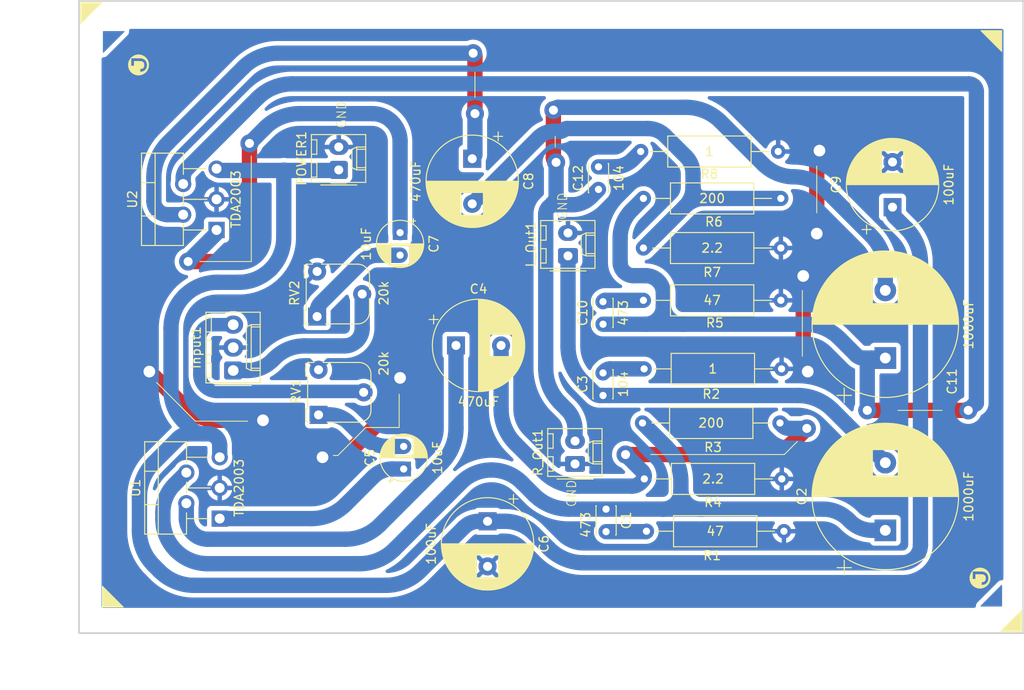
<source format=kicad_pcb>
(kicad_pcb (version 20240108) (generator "pcbnew") (generator_version "8.0")
  (layers (0 "F.Cu" signal) (31 "B.Cu" signal) (34 "B.Paste" user) (35 "F.Paste" user) (36 "B.SilkS" user "B.Silkscreen") (37 "F.SilkS" user "F.Silkscreen") (38 "B.Mask" user) (39 "F.Mask" user) (44 "Edge.Cuts" user))
  (net 0 "")
  (net 1 "Net-(C1-Pad1)")
  (net 2 "Net-(C1-Pad2)")
  (net 3 "L out")
  (net 4 "Net-(C3-Pad2)")
  (net 5 "Net-(U1--)")
  (net 6 "Net-(C4-Pad2)")
  (net 7 "Net-(C5-Pad2)")
  (net 8 "Net-(U1-+)")
  (net 9 "GND")
  (net 10 "VCC")
  (net 11 "Net-(C7-Pad2)")
  (net 12 "Net-(U2-+)")
  (net 13 "Net-(C8-Pad2)")
  (net 14 "Net-(U2--)")
  (net 15 "Net-(C10-Pad1)")
  (net 16 "Net-(C10-Pad2)")
  (net 17 "R out")
  (net 18 "Net-(C12-Pad2)")
  (net 19 "R in")
  (net 20 "L in")
  (footprint "Resistor_THT:R_Axial_DIN0309_L9.0mm_D3.2mm_P15.24mm_Horizontal" (layer "F.Cu") (at 117.887 45.95)
    (property "Reference" "R7" (at 7.62 2.7 0) (layer "F.SilkS"))
    (property "Value" "2.2" (at 7.62 0 0) (layer "F.SilkS"))
    (pad "1" thru_hole circle (at 0 0) (size 1.6 1.6) (drill 0.8) (layers "*.Cu" "*.Mask") (net 13 "Net-(C8-Pad2)"))
    (pad "2" thru_hole oval (at 15.24 0) (size 1.6 1.6) (drill 0.8) (layers "*.Cu" "*.Mask") (net 9 "GND"))
  )
  (footprint "Package_TO_SOT_THT:TO-220-5_P3.4x3.7mm_StaggerOdd_Lead3.8mm_Vertical" (layer "F.Cu") (at 70.557 43.95 90)
    (property "Reference" "U2" (at 3.4 -9.32 90) (layer "F.SilkS"))
    (property "Value" "TDA2003" (at 3.4 2.15 90) (layer "F.SilkS"))
    (pad "1" thru_hole rect (at 0 0 90) (size 1.8 1.8) (drill 1.1) (layers "*.Cu" "*.Mask") (net 12 "Net-(U2-+)"))
    (pad "2" thru_hole oval (at 1.7 -3.7 90) (size 1.8 1.8) (drill 1.1) (layers "*.Cu" "*.Mask") (net 14 "Net-(U2--)"))
    (pad "3" thru_hole oval (at 3.4 0 90) (size 1.8 1.8) (drill 1.1) (layers "*.Cu" "*.Mask") (net 9 "GND"))
    (pad "4" thru_hole oval (at 5.1 -3.7 90) (size 1.8 1.8) (drill 1.1) (layers "*.Cu" "*.Mask") (net 15 "Net-(C10-Pad1)"))
    (pad "5" thru_hole oval (at 6.8 0 90) (size 1.8 1.8) (drill 1.1) (layers "*.Cu" "*.Mask") (net 10 "VCC"))
  )
  (footprint "Capacitor_THT:CP_Radial_D10.0mm_P5.00mm" (layer "F.Cu") (at 100.607 76.25 -90)
    (property "Reference" "C6" (at 2.5 -6.25 90) (layer "F.SilkS"))
    (property "Value" "100uF" (at 2.5 6.25 90) (layer "F.SilkS"))
    (pad "1" thru_hole rect (at 0 0 270) (size 2 2) (drill 1) (layers "*.Cu" "*.Mask") (net 10 "VCC"))
    (pad "2" thru_hole circle (at 5 0 270) (size 2 2) (drill 1) (layers "*.Cu" "*.Mask") (net 9 "GND"))
  )
  (footprint "Resistor_THT:R_Axial_DIN0309_L9.0mm_D3.2mm_P15.24mm_Horizontal" (layer "F.Cu") (at 118.227 77.35)
    (property "Reference" "R1" (at 7.28 2.7 0) (layer "F.SilkS"))
    (property "Value" "47" (at 7.62 0 0) (layer "F.SilkS"))
    (pad "1" thru_hole circle (at 0 0) (size 1.6 1.6) (drill 0.8) (layers "*.Cu" "*.Mask") (net 2 "Net-(C1-Pad2)"))
    (pad "2" thru_hole oval (at 15.24 0) (size 1.6 1.6) (drill 0.8) (layers "*.Cu" "*.Mask") (net 9 "GND"))
  )
  (footprint "Capacitor_THT:C_Disc_D3.0mm_W2.0mm_P2.50mm" (layer "F.Cu") (at 113.407 62.3 90)
    (property "Reference" "C3" (at 1.25 -2.25 90) (layer "F.SilkS"))
    (property "Value" "104" (at 1.25 2.25 90) (layer "F.SilkS"))
    (pad "1" thru_hole circle (at 0 0 90) (size 1.6 1.6) (drill 0.8) (layers "*.Cu" "*.Mask") (net 3 "L out"))
    (pad "2" thru_hole circle (at 2.5 0 90) (size 1.6 1.6) (drill 0.8) (layers "*.Cu" "*.Mask") (net 4 "Net-(C3-Pad2)"))
  )
  (footprint "Capacitor_THT:C_Disc_D3.0mm_W2.0mm_P2.50mm" (layer "F.Cu") (at 113.407 54.4 90)
    (property "Reference" "C10" (at 1.25 -2.25 90) (layer "F.SilkS"))
    (property "Value" "473" (at 1.25 2.25 90) (layer "F.SilkS"))
    (pad "1" thru_hole circle (at 0 0 90) (size 1.6 1.6) (drill 0.8) (layers "*.Cu" "*.Mask") (net 15 "Net-(C10-Pad1)"))
    (pad "2" thru_hole circle (at 2.5 0 90) (size 1.6 1.6) (drill 0.8) (layers "*.Cu" "*.Mask") (net 16 "Net-(C10-Pad2)"))
  )
  (footprint "Capacitor_THT:CP_Radial_D16.0mm_P7.50mm" (layer "F.Cu") (at 144.707 77.25 90)
    (property "Reference" "C2" (at 3.75 -9.25 90) (layer "F.SilkS"))
    (property "Value" "1000uF" (at 3.75 9.25 90) (layer "F.SilkS"))
    (pad "1" thru_hole rect (at 0 0 90) (size 2.4 2.4) (drill 1.2) (layers "*.Cu" "*.Mask") (net 1 "Net-(C1-Pad1)"))
    (pad "2" thru_hole circle (at 7.5 0 90) (size 2.4 2.4) (drill 1.2) (layers "*.Cu" "*.Mask") (net 3 "L out"))
  )
  (footprint "Logo:Logo" (layer "F.Cu") (at 61.907 25.65 90)
    (property "Reference" "G***" (hide yes))
    (property "Value" "LOGO" (hide yes))
  )
  (footprint "Potentiometer_THT:Potentiometer_Runtron_RM-065_Vertical" (layer "F.Cu") (at 81.867 64.45 90)
    (property "Reference" "RV1" (at 2.6 -2.5 90) (layer "F.SilkS"))
    (property "Value" "20k" (at 5.7 7.24 90) (layer "F.SilkS"))
    (pad "1" thru_hole rect (at 0 0 90) (size 2 2) (drill 1) (layers "*.Cu" "*.Mask") (net 7 "Net-(C5-Pad2)"))
    (pad "2" thru_hole circle (at 2.5 5 90) (size 2 2) (drill 1) (layers "*.Cu" "*.Mask") (net 20 "L in"))
    (pad "3" thru_hole circle (at 5 0 90) (size 2 2) (drill 1) (layers "*.Cu" "*.Mask") (net 9 "GND"))
  )
  (footprint "Resistor_THT:R_Axial_DIN0309_L9.0mm_D3.2mm_P15.24mm_Horizontal" (layer "F.Cu") (at 117.987 71.55)
    (property "Reference" "R4" (at 7.62 2.6 0) (layer "F.SilkS"))
    (property "Value" "2.2" (at 7.62 0 0) (layer "F.SilkS"))
    (pad "1" thru_hole circle (at 0 0) (size 1.6 1.6) (drill 0.8) (layers "*.Cu" "*.Mask") (net 6 "Net-(C4-Pad2)"))
    (pad "2" thru_hole oval (at 15.24 0) (size 1.6 1.6) (drill 0.8) (layers "*.Cu" "*.Mask") (net 9 "GND"))
  )
  (footprint "Capacitor_THT:CP_Radial_D16.0mm_P7.50mm" (layer "F.Cu") (at 144.707 58.15 90)
    (property "Reference" "C11" (at -2.6 7.4 90) (layer "F.SilkS"))
    (property "Value" "1000uF" (at 3.75 9.25 90) (layer "F.SilkS"))
    (pad "1" thru_hole rect (at 0 0 90) (size 2.4 2.4) (drill 1.2) (layers "*.Cu" "*.Mask") (net 15 "Net-(C10-Pad1)"))
    (pad "2" thru_hole circle (at 7.5 0 90) (size 2.4 2.4) (drill 1.2) (layers "*.Cu" "*.Mask") (net 17 "R out"))
  )
  (footprint "Resistor_THT:R_Axial_DIN0309_L9.0mm_D3.2mm_P15.24mm_Horizontal" (layer "F.Cu") (at 117.887 40.45)
    (property "Reference" "R6" (at 7.82 2.6 0) (layer "F.SilkS"))
    (property "Value" "200" (at 7.62 0 0) (layer "F.SilkS"))
    (pad "1" thru_hole circle (at 0 0) (size 1.6 1.6) (drill 0.8) (layers "*.Cu" "*.Mask") (net 15 "Net-(C10-Pad1)"))
    (pad "2" thru_hole oval (at 15.24 0) (size 1.6 1.6) (drill 0.8) (layers "*.Cu" "*.Mask") (net 13 "Net-(C8-Pad2)"))
  )
  (footprint "Capacitor_THT:CP_Radial_D10.0mm_P5.00mm" (layer "F.Cu") (at 145.507 41.4177 90)
    (property "Reference" "C9" (at 2.5 -6.25 90) (layer "F.SilkS"))
    (property "Value" "100uF" (at 2.5 6.25 90) (layer "F.SilkS"))
    (pad "1" thru_hole rect (at 0 0 90) (size 2 2) (drill 1) (layers "*.Cu" "*.Mask") (net 10 "VCC"))
    (pad "2" thru_hole circle (at 5 0 90) (size 2 2) (drill 1) (layers "*.Cu" "*.Mask") (net 9 "GND"))
  )
  (footprint "Resistor_THT:R_Axial_DIN0309_L9.0mm_D3.2mm_P15.24mm_Horizontal" (layer "F.Cu") (at 117.787 65.35)
    (property "Reference" "R3" (at 7.82 2.7 0) (layer "F.SilkS"))
    (property "Value" "200" (at 7.62 0 0) (layer "F.SilkS"))
    (pad "1" thru_hole circle (at 0 0) (size 1.6 1.6) (drill 0.8) (layers "*.Cu" "*.Mask") (net 1 "Net-(C1-Pad1)"))
    (pad "2" thru_hole oval (at 15.24 0) (size 1.6 1.6) (drill 0.8) (layers "*.Cu" "*.Mask") (net 6 "Net-(C4-Pad2)"))
  )
  (footprint "Resistor_THT:R_Axial_DIN0309_L9.0mm_D3.2mm_P15.24mm_Horizontal" (layer "F.Cu") (at 117.887 51.75)
    (property "Reference" "R5" (at 7.92 2.5 0) (layer "F.SilkS"))
    (property "Value" "47" (at 7.62 0 0) (layer "F.SilkS"))
    (pad "1" thru_hole circle (at 0 0) (size 1.6 1.6) (drill 0.8) (layers "*.Cu" "*.Mask") (net 16 "Net-(C10-Pad2)"))
    (pad "2" thru_hole oval (at 15.24 0) (size 1.6 1.6) (drill 0.8) (layers "*.Cu" "*.Mask") (net 9 "GND"))
  )
  (footprint "Package_TO_SOT_THT:TO-220-5_P3.4x3.7mm_StaggerOdd_Lead3.8mm_Vertical" (layer "F.Cu") (at 70.907 75.95 90)
    (property "Reference" "U1" (at 3.4 -9.32 90) (layer "F.SilkS"))
    (property "Value" "TDA2003" (at 3.4 2.15 90) (layer "F.SilkS"))
    (pad "1" thru_hole rect (at 0 0 90) (size 1.8 1.8) (drill 1.1) (layers "*.Cu" "*.Mask") (net 8 "Net-(U1-+)"))
    (pad "2" thru_hole oval (at 1.7 -3.7 90) (size 1.8 1.8) (drill 1.1) (layers "*.Cu" "*.Mask") (net 5 "Net-(U1--)"))
    (pad "3" thru_hole oval (at 3.4 0 90) (size 1.8 1.8) (drill 1.1) (layers "*.Cu" "*.Mask") (net 9 "GND"))
    (pad "4" thru_hole oval (at 5.1 -3.7 90) (size 1.8 1.8) (drill 1.1) (layers "*.Cu" "*.Mask") (net 1 "Net-(C1-Pad1)"))
    (pad "5" thru_hole oval (at 6.8 0 90) (size 1.8 1.8) (drill 1.1) (layers "*.Cu" "*.Mask") (net 10 "VCC"))
  )
  (footprint "Connector_Molex:Molex_KK-254_AE-6410-02A_1x02_P2.54mm_Vertical" (layer "F.Cu") (at 109.527 46.82 90)
    (property "Reference" "L_Out1" (at 1.27 -4.12 90) (layer "F.SilkS"))
    (property "Value" "Conn_01x02" (hide yes))
    (pad "1" thru_hole roundrect (at 0 0 90) (size 1.74 2.19) (drill 1) (layers "*.Cu" "*.Mask") (roundrect_rratio 0.143678) (net 3 "L out"))
    (pad "2" thru_hole oval (at 2.54 0 90) (size 1.74 2.19) (drill 1) (layers "*.Cu" "*.Mask") (net 9 "GND"))
  )
  (footprint "Capacitor_THT:C_Disc_D3.0mm_W2.0mm_P2.50mm" (layer "F.Cu") (at 112.907 39.45 90)
    (property "Reference" "C12" (at 1.25 -2.25 90) (layer "F.SilkS"))
    (property "Value" "104" (at 1.25 2.25 90) (layer "F.SilkS"))
    (pad "1" thru_hole circle (at 0 0 90) (size 1.6 1.6) (drill 0.8) (layers "*.Cu" "*.Mask") (net 17 "R out"))
    (pad "2" thru_hole circle (at 2.5 0 90) (size 1.6 1.6) (drill 0.8) (layers "*.Cu" "*.Mask") (net 18 "Net-(C12-Pad2)"))
  )
  (footprint "Capacitor_THT:CP_Radial_D10.0mm_P5.00mm" (layer "F.Cu") (at 97.107 56.75)
    (property "Reference" "C4" (at 2.5 -6.25 0) (layer "F.SilkS"))
    (property "Value" "470uF" (at 2.5 6.25 0) (layer "F.SilkS"))
    (pad "1" thru_hole rect (at 0 0) (size 2 2) (drill 1) (layers "*.Cu" "*.Mask") (net 5 "Net-(U1--)"))
    (pad "2" thru_hole circle (at 5 0) (size 2 2) (drill 1) (layers "*.Cu" "*.Mask") (net 6 "Net-(C4-Pad2)"))
  )
  (footprint "Connector_Molex:Molex_KK-254_AE-6410-02A_1x02_P2.54mm_Vertical" (layer "F.Cu") (at 110.307 69.89 90)
    (property "Reference" "R_Out1" (at 1.27 -4.12 90) (layer "F.SilkS"))
    (property "Value" "Conn_01x02" (hide yes))
    (pad "1" thru_hole roundrect (at 0 0 90) (size 1.74 2.19) (drill 1) (layers "*.Cu" "*.Mask") (roundrect_rratio 0.143678) (net 9 "GND"))
    (pad "2" thru_hole oval (at 2.54 0 90) (size 1.74 2.19) (drill 1) (layers "*.Cu" "*.Mask") (net 17 "R out"))
  )
  (footprint "Connector_Molex:Molex_KK-254_AE-6410-03A_1x03_P2.54mm_Vertical" (layer "F.Cu") (at 72.407 59.53 90)
    (property "Reference" "Input1" (at 2.54 -4.12 90) (layer "F.SilkS"))
    (property "Value" "Conn_01x03" (hide yes))
    (pad "1" thru_hole roundrect (at 0 0 90) (size 2 2) (drill 1.19) (layers "*.Cu" "*.Mask") (roundrect_rratio 0.143678) (net 19 "R in"))
    (pad "2" thru_hole oval (at 2.54 0 90) (size 2 2.19) (drill 1.19) (layers "*.Cu" "*.Mask") (net 9 "GND"))
    (pad "3" thru_hole oval (at 5.08 0 90) (size 2 2.19) (drill 1.19) (layers "*.Cu" "*.Mask") (net 20 "L in"))
  )
  (footprint "Connector_Molex:Molex_KK-254_AE-6410-02A_1x02_P2.54mm_Vertical" (layer "F.Cu") (at 84.107 37.29 90)
    (property "Reference" "POWER1" (at 1.27 -4.12 90) (layer "F.SilkS"))
    (property "Value" "CONN_01x02" (hide yes))
    (pad "1" thru_hole roundrect (at 0 0 90) (size 2 2) (drill 1) (layers "*.Cu" "*.Mask") (roundrect_rratio 0.143678) (net 10 "VCC"))
    (pad "2" thru_hole oval (at 2.54 0 90) (size 1.74 2.19) (drill 1) (layers "*.Cu" "*.Mask") (net 9 "GND"))
  )
  (footprint "Capacitor_THT:CP_Radial_D5.0mm_P2.50mm" (layer "F.Cu") (at 91.307 70.45 90)
    (property "Reference" "C5" (at 1.25 -3.75 90) (layer "F.SilkS"))
    (property "Value" "10uF" (at 1.25 3.75 90) (layer "F.SilkS"))
    (pad "1" thru_hole rect (at 0 0 90) (size 1.6 1.6) (drill 0.8) (layers "*.Cu" "*.Mask") (net 8 "Net-(U1-+)"))
    (pad "2" thru_hole circle (at 2.5 0 90) (size 1.6 1.6) (drill 0.8) (layers "*.Cu" "*.Mask") (net 7 "Net-(C5-Pad2)"))
  )
  (footprint "Capacitor_THT:C_Disc_D3.0mm_W2.0mm_P2.50mm" (layer "F.Cu") (at 113.747 74.9 -90)
    (property "Reference" "C1" (at 1.25 -2.25 90) (layer "F.SilkS"))
    (property "Value" "473" (at 1.75 2.25 90) (layer "F.SilkS"))
    (pad "1" thru_hole circle (at 0 0 270) (size 1.6 1.6) (drill 0.8) (layers "*.Cu" "*.Mask") (net 1 "Net-(C1-Pad1)"))
    (pad "2" thru_hole circle (at 2.5 0 270) (size 1.6 1.6) (drill 0.8) (layers "*.Cu" "*.Mask") (net 2 "Net-(C1-Pad2)"))
  )
  (footprint "Resistor_THT:R_Axial_DIN0309_L9.0mm_D3.2mm_P15.24mm_Horizontal" (layer "F.Cu") (at 117.967 59.35)
    (property "Reference" "R2" (at 7.44 2.8 0) (layer "F.SilkS"))
    (property "Value" "1" (at 7.62 0 0) (layer "F.SilkS"))
    (pad "1" thru_hole circle (at 0 0) (size 1.6 1.6) (drill 0.8) (layers "*.Cu" "*.Mask") (net 4 "Net-(C3-Pad2)"))
    (pad "2" thru_hole oval (at 15.24 0) (size 1.6 1.6) (drill 0.8) (layers "*.Cu" "*.Mask") (net 9 "GND"))
  )
  (footprint "Resistor_THT:R_Axial_DIN0309_L9.0mm_D3.2mm_P15.24mm_Horizontal" (layer "F.Cu") (at 117.587 35.25)
    (property "Reference" "R8" (at 7.62 2.5 0) (layer "F.SilkS"))
    (property "Value" "1" (at 7.62 0 0) (layer "F.SilkS"))
    (pad "1" thru_hole circle (at 0 0) (size 1.6 1.6) (drill 0.8) (layers "*.Cu" "*.Mask") (net 18 "Net-(C12-Pad2)"))
    (pad "2" thru_hole oval (at 15.24 0) (size 1.6 1.6) (drill 0.8) (layers "*.Cu" "*.Mask") (net 9 "GND"))
  )
  (footprint "Potentiometer_THT:Potentiometer_Runtron_RM-065_Vertical" (layer "F.Cu") (at 81.707 53.55 90)
    (property "Reference" "RV2" (at 2.6 -2.5 90) (layer "F.SilkS"))
    (property "Value" "20k" (at 2.6 7.4 90) (layer "F.SilkS"))
    (pad "1" thru_hole rect (at 0 0 90) (size 2 2) (drill 1) (layers "*.Cu" "*.Mask") (net 11 "Net-(C7-Pad2)"))
    (pad "2" thru_hole circle (at 2.5 5 90) (size 2 2) (drill 1) (layers "*.Cu" "*.Mask") (net 19 "R in"))
    (pad "3" thru_hole circle (at 5 0 90) (size 2 2) (drill 1) (layers "*.Cu" "*.Mask") (net 9 "GND"))
  )
  (footprint "Capacitor_THT:CP_Radial_D5.0mm_P2.50mm" (layer "F.Cu") (at 90.907 44.2449 -90)
    (property "Reference" "C7" (at 1.25 -3.75 90) (layer "F.SilkS"))
    (property "Value" "10uF" (at 1.25 3.75 90) (layer "F.SilkS"))
    (pad "1" thru_hole rect (at 0 0 270) (size 1.6 1.6) (drill 0.8) (layers "*.Cu" "*.Mask") (net 12 "Net-(U2-+)"))
    (pad "2" thru_hole circle (at 2.5 0 270) (size 1.6 1.6) (drill 0.8) (layers "*.Cu" "*.Mask") (net 11 "Net-(C7-Pad2)"))
  )
  (footprint "Capacitor_THT:CP_Radial_D10.0mm_P5.00mm" (layer "F.Cu") (at 98.907 36.05 -90)
    (property "Reference" "C8" (at 2.5 -6.25 90) (layer "F.SilkS"))
    (property "Value" "470uF" (at 2.5 6.25 90) (layer "F.SilkS"))
    (pad "1" thru_hole rect (at 0 0 270) (size 2 2) (drill 1) (layers "*.Cu" "*.Mask") (net 14 "Net-(U2--)"))
    (pad "2" thru_hole circle (at 5 0 270) (size 2 2) (drill 1) (layers "*.Cu" "*.Mask") (net 13 "Net-(C8-Pad2)"))
  )
  (footprint "Logo:Logo" (layer "F.Cu") (at 155.207 82.55 90)
    (property "Reference" "G2" (hide yes))
    (property "Value" "LOGO" (hide yes))
  )
  (gr_poly (pts (xy 155.307 85.65) (xy 157.607 85.65) (xy 157.607 83.35)) (stroke (width 0.1)) (fill solid) (layer "B.Cu"))
  (gr_poly (pts (xy 60.307 21.95) (xy 58.007 21.95) (xy 58.007 24.25)) (stroke (width 0.1)) (fill solid) (layer "B.Cu"))
  (gr_line (start 135.507 57.95) (end 135.507 50.65) (stroke (width 0.1)) (layer "F.SilkS"))
  (gr_line (start 68.207 65.15) (end 63.907 60.85) (stroke (width 0.1)) (layer "F.SilkS"))
  (gr_poly (pts (xy 157.507 88.45) (xy 159.807 88.45) (xy 159.807 86.15)) (stroke (width 0.1)) (fill solid) (layer "F.SilkS"))
  (gr_line (start 84.007 68.95) (end 83.507 68.95) (stroke (width 0.1)) (layer "F.SilkS"))
  (gr_line (start 118.707 68.85) (end 132.407 68.85) (stroke (width 0.1)) (layer "F.SilkS"))
  (gr_poly (pts (xy 157.607 24.15) (xy 157.607 21.85) (xy 155.307 21.85)) (stroke (width 0.1)) (fill solid) (layer "F.SilkS"))
  (gr_line (start 146.107 63.95) (end 151.007 63.95) (stroke (width 0.1)) (layer "F.SilkS"))
  (gr_poly (pts (xy 57.907 83.45) (xy 57.907 85.75) (xy 60.207 85.75)) (stroke (width 0.1)) (fill solid) (layer "F.SilkS"))
  (gr_line (start 133.507 68.85) (end 134.965507 67.391493) (stroke (width 0.1)) (layer "F.SilkS"))
  (gr_line (start 74.407 47.45) (end 68.707 47.45) (stroke (width 0.1)) (layer "F.SilkS"))
  (gr_line (start 90.807 62.15) (end 90.807 65.85) (stroke (width 0.1)) (layer "F.SilkS"))
  (gr_poly (pts (xy 57.807 18.75) (xy 55.507 18.75) (xy 55.507 21.05)) (stroke (width 0.1)) (fill solid) (layer "F.SilkS"))
  (gr_line (start 108.107 34.75) (end 108.107 33.55) (stroke (width 0.1)) (layer "F.SilkS"))
  (gr_line (start 74.007 65.15) (end 68.207 65.15) (stroke (width 0.1)) (layer "F.SilkS"))
  (gr_line (start 137.107 42.05) (end 137.107 36.85) (stroke (width 0.1)) (layer "F.SilkS"))
  (gr_line (start 87.107 65.85) (end 84.007 68.95) (stroke (width 0.1)) (layer "F.SilkS"))
  (gr_line (start 99.207 29.25) (end 99.207 26.45) (stroke (width 0.1)) (layer "F.SilkS"))
  (gr_line (start 74.407 35.75) (end 74.407 47.45) (stroke (width 0.1)) (layer "F.SilkS"))
  (gr_line (start 132.407 68.85) (end 133.507 68.85) (stroke (width 0.1)) (layer "F.SilkS"))
  (gr_line (start 90.807 65.85) (end 87.107 65.85) (stroke (width 0.1)) (layer "F.SilkS"))
  (gr_rect (start 55.307 18.55) (end 160.007 88.65) (stroke (width 0.2)) (fill none) (layer "Edge.Cuts"))
  (gr_text "GND\n" (at 110.507 74.75 90) (layer "F.SilkS") (effects (font (size 1 1) (thickness 0.1)) (justify left bottom)))
  (gr_text "GND\n" (at 85.007 32.75 90) (layer "F.SilkS") (effects (font (size 1 1) (thickness 0.1)) (justify left bottom)))
  (gr_text "GND\n" (at 109.507 42.9 90) (layer "F.SilkS") (effects (font (size 1 1) (thickness 0.1)) (justify left bottom)))
  (segment (start 113.747 74.9) (end 120.043701 74.9) (width 1.7) (layer "B.Cu") (net 1))
  (segment (start 122.0437 72.900001) (end 122.0437 71.860663) (width 1.7) (layer "B.Cu") (net 1))
  (segment (start 124.386844 74.9) (end 120.043701 74.9) (width 1.7) (layer "B.Cu") (net 1))
  (segment (start 65.907 72.15) (end 67.207 70.85) (width 1.7) (layer "B.Cu") (net 1))
  (segment (start 124.386844 74.9) (end 137.795299 74.9) (width 1.7) (layer "B.Cu") (net 1))
  (segment (start 120.449907 68.012907) (end 117.787 65.35) (width 1.7) (layer "B.Cu") (net 1))
  (segment (start 113.747 74.9) (end 109.610963 74.9) (width 1.7) (layer "B.Cu") (net 1))
  (segment (start 143.257 77.25) (end 144.707 77.25) (width 1.7) (layer "B.Cu") (net 1))
  (segment (start 64.607 75.99939) (end 64.607 75.288477) (width 1.7) (layer "B.Cu") (net 1))
  (segment (start 105.763207 73.306207) (end 104.414288 71.957288) (width 1.7) (layer "B.Cu") (net 1))
  (segment (start 86.425736 80.95) (end 69.557609 80.95) (width 1.7) (layer "B.Cu") (net 1))
  (segment (start 140.632 76.075) (end 140.781695 76.224695) (width 1.7) (layer "B.Cu") (net 1))
  (segment (start 97.672411 71.957288) (end 90.273492 79.356207) (width 1.7) (layer "B.Cu") (net 1))
  (arc (start 86.425736 80.95) (mid 88.508126 80.535786) (end 90.273492 79.356207) (width 1.7) (layer "B.Cu") (net 1))
  (arc (start 120.449907 68.012907) (mid 121.629486 69.778272) (end 122.0437 71.860663) (width 1.7) (layer "B.Cu") (net 1))
  (arc (start 140.632 76.075) (mid 139.33051 75.205372) (end 137.795299 74.9) (width 1.7) (layer "B.Cu") (net 1))
  (arc (start 97.672411 71.957288) (mid 99.219011 70.923883) (end 101.04335 70.561) (width 1.7) (layer "B.Cu") (net 1))
  (arc (start 140.781695 76.224695) (mid 141.917374 76.983531) (end 143.257 77.25) (width 1.7) (layer "B.Cu") (net 1))
  (arc (start 105.763207 73.306207) (mid 107.528572 74.485786) (end 109.610963 74.9) (width 1.7) (layer "B.Cu") (net 1))
  (arc (start 122.0437 72.900001) (mid 121.457913 74.314213) (end 120.043701 74.9) (width 1.7) (layer "B.Cu") (net 1))
  (arc (start 64.607 75.288477) (mid 64.944858 73.589945) (end 65.907 72.15) (width 1.7) (layer "B.Cu") (net 1))
  (arc (start 66.057 79.5) (mid 67.663093 80.573157) (end 69.557609 80.95) (width 1.7) (layer "B.Cu") (net 1))
  (arc (start 66.057 79.5) (mid 64.983842 77.893906) (end 64.607 75.99939) (width 1.7) (layer "B.Cu") (net 1))
  (arc (start 104.414288 71.957288) (mid 102.867688 70.923883) (end 101.04335 70.561) (width 1.7) (layer "B.Cu") (net 1))
  (arc (start 122.0437 72.900001) (mid 122.72999 74.314213) (end 124.386844 74.9) (width 1.7) (layer "B.Cu") (net 1))
  (segment (start 118.202 77.375) (end 118.227 77.35) (width 1.7) (layer "B.Cu") (net 2))
  (segment (start 118.141644 77.4) (end 113.747 77.4) (width 1.7) (layer "B.Cu") (net 2))
  (arc (start 118.141644 77.4) (mid 118.174308 77.393502) (end 118.202 77.375) (width 1.7) (layer "B.Cu") (net 2))
  (segment (start 111.120792 60.695792) (end 112.483876 62.058876) (width 1.7) (layer "B.Cu") (net 3))
  (segment (start 114.089 62.3) (end 113.407 62.3) (width 1.7) (layer "B.Cu") (net 3))
  (segment (start 109.527 56.848036) (end 109.527 46.82) (width 1.7) (layer "B.Cu") (net 3))
  (segment (start 113.066 62.3) (end 113.407 62.3) (width 1.7) (layer "B.Cu") (net 3))
  (segment (start 114.089 62.3) (end 135.003036 62.3) (width 1.7) (layer "B.Cu") (net 3))
  (segment (start 138.850792 63.893792) (end 144.707 69.75) (width 1.7) (layer "B.Cu") (net 3))
  (arc (start 113.066 62.3) (mid 112.750956 62.237333) (end 112.483876 62.058876) (width 1.7) (layer "B.Cu") (net 3))
  (arc (start 135.003036 62.3) (mid 137.085426 62.714213) (end 138.850792 63.893792) (width 1.7) (layer "B.Cu") (net 3))
  (arc (start 111.120792 60.695792) (mid 109.941213 58.930426) (end 109.527 56.848036) (width 1.7) (layer "B.Cu") (net 3))
  (segment (start 113.632 59.575) (end 113.407 59.8) (width 1.7) (layer "B.Cu") (net 4))
  (segment (start 114.175198 59.35) (end 117.967 59.35) (width 1.7) (layer "B.Cu") (net 4))
  (arc (start 114.175198 59.35) (mid 113.881221 59.408475) (end 113.632 59.575) (width 1.7) (layer "B.Cu") (net 4))
  (segment (start 84.814036 78.239) (end 69.578442 78.239) (width 1.7) (layer "B.Cu") (net 5))
  (segment (start 95.513207 69.793792) (end 88.661792 76.645207) (width 1.7) (layer "B.Cu") (net 5))
  (segment (start 67.207 75.867757) (end 67.207 74.25) (width 1.7) (layer "B.Cu") (net 5))
  (segment (start 97.107 65.946036) (end 97.107 56.75) (width 1.7) (layer "B.Cu") (net 5))
  (arc (start 97.107 65.946036) (mid 96.692786 68.028426) (end 95.513207 69.793792) (width 1.7) (layer "B.Cu") (net 5))
  (arc (start 67.9016 77.5445) (mid 67.387521 76.775217) (end 67.207 75.867757) (width 1.7) (layer "B.Cu") (net 5))
  (arc (start 67.9016 77.5445) (mid 68.670955 78.058506) (end 69.578442 78.239) (width 1.7) (layer "B.Cu") (net 5))
  (arc (start 84.814036 78.239) (mid 86.896426 77.824786) (end 88.661792 76.645207) (width 1.7) (layer "B.Cu") (net 5))
  (segment (start 134.557 67.4) (end 136.007 65.95) (width 1.7) (layer "F.Cu") (net 6))
  (segment (start 115.907 68.85) (end 131.05639 68.85) (width 1.7) (layer "F.Cu") (net 6))
  (via (at 115.907 68.85) (size 2) (drill 1) (layers "F.Cu" "B.Cu") (net 6))
  (via (at 136.007 65.95) (size 2) (drill 1) (layers "F.Cu" "B.Cu") (net 6))
  (arc (start 134.557 67.4) (mid 132.950906 68.473157) (end 131.05639 68.85) (width 1.7) (layer "F.Cu") (net 6))
  (segment (start 133.327 65.65) (end 133.027 65.35) (width 1.7) (layer "B.Cu") (net 6))
  (segment (start 102.107 63.796036) (end 102.107 56.75) (width 1.7) (layer "B.Cu") (net 6))
  (segment (start 117.767796 70.710796) (end 115.907 68.85) (width 1.7) (layer "B.Cu") (net 6))
  (segment (start 116.621314 72.35) (end 110.660963 72.35) (width 1.7) (layer "B.Cu") (net 6))
  (segment (start 106.813207 70.756207) (end 103.700792 67.643792) (width 1.7) (layer "B.Cu") (net 6))
  (segment (start 134.051264 65.95) (end 136.007 65.95) (width 1.7) (layer "B.Cu") (net 6))
  (segment (start 117.767796 71.769203) (end 117.587 71.95) (width 1.7) (layer "B.Cu") (net 6))
  (arc (start 116.621314 72.35) (mid 117.143939 72.246043) (end 117.587 71.95) (width 1.7) (layer "B.Cu") (net 6))
  (arc (start 134.051264 65.95) (mid 133.659295 65.872032) (end 133.327 65.65) (width 1.7) (layer "B.Cu") (net 6))
  (arc (start 117.767796 71.769203) (mid 117.93003 71.526402) (end 117.987 71.24) (width 1.7) (layer "B.Cu") (net 6))
  (arc (start 117.767796 70.710796) (mid 117.93003 70.953597) (end 117.987 71.24) (width 1.7) (layer "B.Cu") (net 6))
  (arc (start 106.813207 70.756207) (mid 108.578572 71.935786) (end 110.660963 72.35) (width 1.7) (layer "B.Cu") (net 6))
  (arc (start 102.107 63.796036) (mid 102.521213 65.878426) (end 103.700792 67.643792) (width 1.7) (layer "B.Cu") (net 6))
  (segment (start 89.577 67.95) (end 91.307 67.95) (width 1.7) (layer "B.Cu") (net 7))
  (segment (start 83.107 64.45) (end 81.867 64.45) (width 1.7) (layer "B.Cu") (net 7))
  (segment (start 85.223812 65.326812) (end 86.623705 66.726705) (width 1.7) (layer "B.Cu") (net 7))
  (arc (start 83.107 64.45) (mid 84.25261 64.677876) (end 85.223812 65.326812) (width 1.7) (layer "B.Cu") (net 7))
  (arc (start 89.577 67.95) (mid 87.978688 67.632075) (end 86.623705 66.726705) (width 1.7) (layer "B.Cu") (net 7))
  (segment (start 90.057 70.45) (end 91.307 70.45) (width 1.7) (layer "B.Cu") (net 8))
  (segment (start 87.923116 71.333883) (end 84.900792 74.356207) (width 1.7) (layer "B.Cu") (net 8))
  (segment (start 81.053036 75.95) (end 70.907 75.95) (width 1.7) (layer "B.Cu") (net 8))
  (arc (start 81.053036 75.95) (mid 83.135426 75.535786) (end 84.900792 74.356207) (width 1.7) (layer "B.Cu") (net 8))
  (arc (start 87.923116 71.333883) (mid 88.90215 70.679713) (end 90.057 70.45) (width 1.7) (layer "B.Cu") (net 8))
  (segment (start 90.807 63.75) (end 90.807 61.092985) (width 1.7) (layer "F.Cu") (net 9))
  (segment (start 66.913207 63.456207) (end 63.107 59.65) (width 1.7) (layer "F.Cu") (net 9))
  (segment (start 90.907 60.35) (end 90.907 60.851564) (width 1.7) (layer "F.Cu") (net 9))
  (segment (start 137.407 35.15) (end 137.257 35.3) (width 1.7) (layer "F.Cu") (net 9))
  (segment (start 137.107 44.35) (end 137.107 35.662132) (width 1.7) (layer "F.Cu") (net 9))
  (segment (start 85.555528 68.301471) (end 88.912025 64.944974) (width 1.7) (layer "F.Cu") (net 9))
  (segment (start 70.760963 65.05) (end 75.707 65.05) (width 1.7) (layer "F.Cu") (net 9))
  (segment (start 136.107 59.65) (end 135.857 59.4) (width 1.7) (layer "F.Cu") (net 9))
  (segment (start 135.607 49.05) (end 135.607 58.796446) (width 1.7) (layer "F.Cu") (net 9))
  (segment (start 82.307 69.15) (end 83.507 69.15) (width 1.7) (layer "F.Cu") (net 9))
  (via (at 135.607 49.05) (size 2) (drill 1.3) (layers "F.Cu" "B.Cu") (net 9))
  (via (at 90.907 60.35) (size 2) (drill 1.3) (layers "F.Cu" "B.Cu") (net 9))
  (via (at 137.107 44.35) (size 2) (drill 1.3) (layers "F.Cu" "B.Cu") (net 9))
  (via (at 63.107 59.65) (size 2) (drill 1.3) (layers "F.Cu" "B.Cu") (net 9))
  (via (at 136.107 59.65) (size 2) (drill 1.3) (layers "F.Cu" "B.Cu") (net 9))
  (via (at 75.707 65.05) (size 2) (drill 1.3) (layers "F.Cu" "B.Cu") (net 9))
  (via (at 137.407 35.15) (size 2) (drill 1.3) (layers "F.Cu" "B.Cu") (net 9))
  (via (at 82.307 69.15) (size 2) (drill 1.3) (layers "F.Cu" "B.Cu") (net 9))
  (arc (start 90.857 60.972275) (mid 90.819994 61.027657) (end 90.807 61.092985) (width 1.7) (layer "F.Cu") (net 9))
  (arc (start 135.857 59.4) (mid 135.671972 59.123087) (end 135.607 58.796446) (width 1.7) (layer "F.Cu") (net 9))
  (arc (start 66.913207 63.456207) (mid 68.678572 64.635786) (end 70.760963 65.05) (width 1.7) (layer "F.Cu") (net 9))
  (arc (start 90.107 64.45) (mid 89.460284 64.578639) (end 88.912025 64.944974) (width 1.7) (layer "F.Cu") (net 9))
  (arc (start 90.907 60.851564) (mid 90.894005 60.916892) (end 90.857 60.972275) (width 1.7) (layer "F.Cu") (net 9))
  (arc (start 90.107 64.45) (mid 90.601974 64.244974) (end 90.807 63.75) (width 1.7) (layer "F.Cu") (net 9))
  (arc (start 137.257 35.3) (mid 137.145983 35.466147) (end 137.107 35.662132) (width 1.7) (layer "F.Cu") (net 9))
  (arc (start 85.555528 68.301471) (mid 84.615655 68.929474) (end 83.507 69.15) (width 1.7) (layer "F.Cu") (net 9))
  (segment (start 70.657 37.25) (end 70.557 37.15) (width 1.7) (layer "B.Cu") (net 10))
  (segment (start 67.779191 66.018291) (end 66.90895 65.14805) (width 1.7) (layer "B.Cu") (net 10))
  (segment (start 99.632 76.25) (end 101.1195 76.25) (width 1.7) (layer "B.Cu") (net 10))
  (segment (start 84.077 37.32) (end 84.107 37.29) (width 1.7) (layer "B.Cu") (net 10))
  (segment (start 63.600792 69.756207) (end 66.27529 67.081708) (width 1.7) (layer "B.Cu") (net 10))
  (segment (start 145.801262 42.544262) (end 147.057 43.8) (width 1.7) (layer "B.Cu") (net 10))
  (segment (start 68.060963 83.35) (end 89.303036 83.35) (width 1.7) (layer "B.Cu") (net 10))
  (segment (start 69.06285 66.55) (end 67.55895 66.55) (width 1.7) (layer "B.Cu") (net 10))
  (segment (start 105.750502 77.593502) (end 107.413207 79.256207) (width 1.7) (layer "B.Cu") (net 10))
  (segment (start 145.507 41.83385) (end 145.507 41.4177) (width 1.7) (layer "B.Cu") (net 10))
  (segment (start 70.62832 49.75) (end 73.052642 49.75) (width 1.7) (layer "B.Cu") (net 10))
  (segment (start 102.0445 76.25) (end 101.1195 76.25) (width 1.7) (layer "B.Cu") (net 10))
  (segment (start 78.114726 37.35) (end 84.004573 37.35) (width 1.7) (layer "B.Cu") (net 10))
  (segment (start 78.0123 44.790342) (end 78.0123 37.452426) (width 1.7) (layer "B.Cu") (net 10))
  (segment (start 97.96757 76.939429) (end 93.150792 81.756207) (width 1.7) (layer "B.Cu") (net 10))
  (segment (start 69.60895 66.55) (end 69.06285 66.55) (width 1.7) (layer "B.Cu") (net 10))
  (segment (start 77.909873 37.35) (end 70.898421 37.35) (width 1.7) (layer "B.Cu") (net 10))
  (segment (start 148.607 47.542031) (end 148.607 78.850001) (width 1.7) (layer "B.Cu") (net 10))
  (segment (start 102.507 76.25) (end 102.0445 76.25) (width 1.7) (layer "B.Cu") (net 10))
  (segment (start 111.260963 80.85) (end 146.607001 80.85) (width 1.7) (layer "B.Cu") (net 10))
  (segment (start 70.907 67.84805) (end 70.907 69.15) (width 1.7) (layer "B.Cu") (net 10))
  (segment (start 65.507 54.87132) (end 65.507 61.763443) (width 1.7) (layer "B.Cu") (net 10))
  (segment (start 64.213207 81.756207) (end 63.600792 81.143792) (width 1.7) (layer "B.Cu") (net 10))
  (segment (start 62.007 77.296036) (end 62.007 73.603963) (width 1.7) (layer "B.Cu") (net 10))
  (arc (start 68.060963 83.35) (mid 65.978572 82.935786) (end 64.213207 81.756207) (width 1.7) (layer "B.Cu") (net 10))
  (arc (start 78.0423 37.32) (mid 78.0123 37.307573) (end 77.9823 37.32) (width 1.7) (layer "B.Cu") (net 10))
  (arc (start 67.779191 66.018291) (mid 68.368138 66.411813) (end 69.06285 66.55) (width 1.7) (layer "B.Cu") (net 10))
  (arc (start 78.0123 44.790342) (mid 77.634768 46.688321) (end 76.55965 48.29735) (width 1.7) (layer "B.Cu") (net 10))
  (arc (start 66.27529 67.081708) (mid 66.864238 66.688186) (end 67.55895 66.55) (width 1.7) (layer "B.Cu") (net 10))
  (arc (start 111.260963 80.85) (mid 109.178572 80.435786) (end 107.413207 79.256207) (width 1.7) (layer "B.Cu") (net 10))
  (arc (start 148.607 47.542031) (mid 148.204168 45.516858) (end 147.057 43.8) (width 1.7) (layer "B.Cu") (net 10))
  (arc (start 78.0423 37.38) (mid 78.020096 37.413229) (end 78.0123 37.452426) (width 1.7) (layer "B.Cu") (net 10))
  (arc (start 93.150792 81.756207) (mid 91.385426 82.935786) (end 89.303036 83.35) (width 1.7) (layer "B.Cu") (net 10))
  (arc (start 62.007 77.296036) (mid 62.421213 79.378426) (end 63.600792 81.143792) (width 1.7) (layer "B.Cu") (net 10))
  (arc (start 97.96757 76.939429) (mid 98.731217 76.429176) (end 99.632 76.25) (width 1.7) (layer "B.Cu") (net 10))
  (arc (start 70.62832 49.75) (mid 68.668475 50.139837) (end 67.007 51.25) (width 1.7) (layer "B.Cu") (net 10))
  (arc (start 146.607001 80.85) (mid 148.021213 80.264213) (end 148.607 78.850001) (width 1.7) (layer "B.Cu") (net 10))
  (arc (start 77.909873 37.35) (mid 77.94907 37.342203) (end 77.9823 37.32) (width 1.7) (layer "B.Cu") (net 10))
  (arc (start 70.657 37.25) (mid 70.767764 37.32401) (end 70.898421 37.35) (width 1.7) (layer "B.Cu") (net 10))
  (arc (start 84.077 37.32) (mid 84.04377 37.342203) (end 84.004573 37.35) (width 1.7) (layer "B.Cu") (net 10))
  (arc (start 66.90895 65.14805) (mid 65.871354 63.595179) (end 65.507 61.763443) (width 1.7) (layer "B.Cu") (net 10))
  (arc (start 65.507 54.87132) (mid 65.896837 52.911475) (end 67.007 51.25) (width 1.7) (layer "B.Cu") (net 10))
  (arc (start 69.60895 66.55) (mid 70.526809 66.93019) (end 70.907 67.84805) (width 1.7) (layer "B.Cu") (net 10))
  (arc (start 78.0423 37.32) (mid 78.075529 37.342203) (end 78.114726 37.35) (width 1.7) (layer "B.Cu") (net 10))
  (arc (start 145.801262 42.544262) (mid 145.583476 42.218322) (end 145.507 41.83385) (width 1.7) (layer "B.Cu") (net 10))
  (arc (start 78.114726 37.35) (mid 78.075529 37.357796) (end 78.0423 37.38) (width 1.7) (layer "B.Cu") (net 10))
  (arc (start 78.0423 37.32) (mid 78.054726 37.35) (end 78.0423 37.38) (width 1.7) (layer "B.Cu") (net 10))
  (arc (start 63.600792 69.756207) (mid 62.421213 71.521572) (end 62.007 73.603963) (width 1.7) (layer "B.Cu") (net 10))
  (arc (start 76.55965 48.29735) (mid 74.950621 49.372468) (end 73.052642 49.75) (width 1.7) (layer "B.Cu") (net 10))
  (arc (start 105.750502 77.593502) (mid 104.26237 76.599164) (end 102.507 76.25) (width 1.7) (layer "B.Cu") (net 10))
  (arc (start 67.779191 66.018291) (mid 67.846708 66.357725) (end 67.55895 66.55) (width 1.7) (layer "B.Cu") (net 10))
  (segment (start 89.402629 46.745) (end 88.40735 46.745) (width 1.7) (layer "B.Cu") (net 11))
  (segment (start 89.40287 46.7449) (end 90.907 46.7449) (width 1.7) (layer "B.Cu") (net 11))
  (segment (start 86.708181 47.448818) (end 82.095908 52.061091) (width 1.7) (layer "B.Cu") (net 11))
  (segment (start 89.40277 46.745) (end 90.907 46.745) (width 1.7) (layer "B.Cu") (net 11))
  (segment (start 89.402629 46.745) (end 89.40277 46.745) (width 1.7) (layer "B.Cu") (net 11))
  (segment (start 81.707 53) (end 81.707 53.55) (width 1.7) (layer "B.Cu") (net 11))
  (arc (start 89.402629 46.745) (mid 89.402694 46.744987) (end 89.40275 46.74495) (width 1.7) (layer "B.Cu") (net 11))
  (arc (start 89.40277 46.745) (mid 89.402743 46.744981) (end 89.40275 46.74495) (width 1.7) (layer "B.Cu") (net 11))
  (arc (start 81.707 53) (mid 81.808073 52.491866) (end 82.095908 52.061091) (width 1.7) (layer "B.Cu") (net 11))
  (arc (start 86.708181 47.448818) (mid 87.487766 46.927916) (end 88.40735 46.745) (width 1.7) (layer "B.Cu") (net 11))
  (arc (start 89.40287 46.7449) (mid 89.402805 46.744912) (end 89.40275 46.74495) (width 1.7) (layer "B.Cu") (net 11))
  (segment (start 72.670603 47.45) (end 67.407 47.45) (width 1.7) (layer "F.Cu") (net 12))
  (segment (start 74.207 34.35) (end 74.207 45.913603) (width 1.7) (layer "F.Cu") (net 12))
  (via (at 74.207 34.35) (size 2) (drill 1) (layers "F.Cu" "B.Cu") (net 12))
  (via (at 67.407 47.45) (size 2) (drill 1) (layers "F.Cu" "B.Cu") (net 12))
  (arc (start 72.670603 47.45) (mid 73.258556 47.333048) (end 73.757 47) (width 1.7) (layer "F.Cu") (net 12))
  (arc (start 73.757 47) (mid 74.090048 46.501556) (end 74.207 45.913603) (width 1.7) (layer "F.Cu") (net 12))
  (segment (start 90.907 34.122792) (end 90.907 44.2449) (width 1.7) (layer "B.Cu") (net 12))
  (segment (start 87.834207 31.05) (end 79.760963 31.05) (width 1.7) (layer "B.Cu") (net 12))
  (segment (start 67.407 47.45) (end 70.433256 44.423743) (width 1.7) (layer "B.Cu") (net 12))
  (segment (start 70.557 44.125) (end 70.557 43.95) (width 1.7) (layer "B.Cu") (net 12))
  (segment (start 74.207 34.35) (end 75.913207 32.643792) (width 1.7) (layer "B.Cu") (net 12))
  (arc (start 75.913207 32.643792) (mid 77.678572 31.464213) (end 79.760963 31.05) (width 1.7) (layer "B.Cu") (net 12))
  (arc (start 70.557 44.125) (mid 70.524839 44.286678) (end 70.433256 44.423743) (width 1.7) (layer "B.Cu") (net 12))
  (arc (start 90.007 31.95) (mid 90.673097 32.946885) (end 90.907 34.122792) (width 1.7) (layer "B.Cu") (net 12))
  (arc (start 90.007 31.95) (mid 89.010114 31.283902) (end 87.834207 31.05) (width 1.7) (layer "B.Cu") (net 12))
  (segment (start 122.498166 41.338833) (end 117.887 45.95) (width 1.7) (layer "B.Cu") (net 13))
  (segment (start 108.659784 33.012) (end 107.91254 33.012) (width 1.7) (layer "B.Cu") (net 13))
  (segment (start 104.553955 35.402761) (end 98.907 41.05) (width 1.7) (layer "B.Cu") (net 13))
  (segment (start 123.387 39.193) (end 123.387 37.713981) (width 1.7) (layer "B.Cu") (net 13))
  (segment (start 106.147763 33.808913) (end 104.553955 35.402761) (width 1.7) (layer "B.Cu") (net 13))
  (segment (start 120.296896 33.496896) (end 122.590103 35.790103) (width 1.7) (layer "B.Cu") (net 13))
  (segment (start 109.413019 32.7) (end 118.373018 32.7) (width 1.7) (layer "B.Cu") (net 13))
  (segment (start 124.644 40.45) (end 133.127 40.45) (width 1.7) (layer "B.Cu") (net 13))
  (segment (start 106.147763 33.808913) (end 106.260296 33.696381) (width 1.7) (layer "B.Cu") (net 13))
  (arc (start 124.644 40.45) (mid 123.482683 40.681) (end 122.498166 41.338833) (width 1.7) (layer "B.Cu") (net 13))
  (arc (start 120.296896 33.496896) (mid 119.414213 32.907106) (end 118.373018 32.7) (width 1.7) (layer "B.Cu") (net 13))
  (arc (start 107.91254 33.012) (mid 107.018352 33.189864) (end 106.260296 33.696381) (width 1.7) (layer "B.Cu") (net 13))
  (arc (start 124.644 40.45) (mid 123.755166 40.081833) (end 123.387 39.193) (width 1.7) (layer "B.Cu") (net 13))
  (arc (start 109.036402 32.856) (mid 108.863608 32.971456) (end 108.659784 33.012) (width 1.7) (layer "B.Cu") (net 13))
  (arc (start 122.590103 35.790103) (mid 123.179893 36.672786) (end 123.387 37.713981) (width 1.7) (layer "B.Cu") (net 13))
  (arc (start 109.413019 32.7) (mid 109.209195 32.740543) (end 109.036402 32.856) (width 1.7) (layer "B.Cu") (net 13))
  (arc (start 123.387 39.193) (mid 123.155999 40.354316) (end 122.498166 41.338833) (width 1.7) (layer "B.Cu") (net 13))
  (segment (start 99.107 24.45) (end 99.007 24.35) (width 1.7) (layer "F.Cu") (net 14))
  (segment (start 99.207 31.05) (end 99.207 24.691421) (width 1.7) (layer "F.Cu") (net 14))
  (via (at 99.007 24.35) (size 2) (drill 1) (layers "F.Cu" "B.Cu") (net 14))
  (via (at 99.207 31.05) (size 2) (drill 1) (layers "F.Cu" "B.Cu") (net 14))
  (arc (start 99.107 24.45) (mid 99.18101 24.560764) (end 99.207 24.691421) (width 1.7) (layer "F.Cu") (net 14))
  (segment (start 73.513207 25.943792) (end 65.200792 34.256207) (width 1.7) (layer "B.Cu") (net 14))
  (segment (start 65.143396 42.25) (end 66.857 42.25) (width 1.7) (layer "B.Cu") (net 14))
  (segment (start 99.057 35.9) (end 98.907 36.05) (width 1.7) (layer "B.Cu") (net 14))
  (segment (start 99.207 31.05) (end 99.207 35.537867) (width 1.7) (layer "B.Cu") (net 14))
  (segment (start 77.360963 24.35) (end 99.007 24.35) (width 1.7) (layer "B.Cu") (net 14))
  (segment (start 63.607 38.103963) (end 63.607 40.713603) (width 1.7) (layer "B.Cu") (net 14))
  (arc (start 64.057 41.8) (mid 63.723951 41.301556) (end 63.607 40.713603) (width 1.7) (layer "B.Cu") (net 14))
  (arc (start 65.200792 34.256207) (mid 64.021213 36.021572) (end 63.607 38.103963) (width 1.7) (layer "B.Cu") (net 14))
  (arc (start 99.057 35.9) (mid 99.168016 35.733852) (end 99.207 35.537867) (width 1.7) (layer "B.Cu") (net 14))
  (arc (start 77.360963 24.35) (mid 75.278572 24.764213) (end 73.513207 25.943792) (width 1.7) (layer "B.Cu") (net 14))
  (arc (start 64.057 41.8) (mid 64.555442 42.133048) (end 65.143396 42.25) (width 1.7) (layer "B.Cu") (net 14))
  (segment (start 142.707 63.95) (end 153.907 63.95) (width 1.7) (layer "F.Cu") (net 15))
  (via (at 153.907 63.95) (size 2) (drill 1) (layers "F.Cu" "B.Cu") (net 15))
  (via (at 142.707 63.95) (size 2) (drill 1) (layers "F.Cu" "B.Cu") (net 15))
  (segment (start 142.707 63.95) (end 142.707 58.6) (width 1.7) (layer "B.Cu") (net 15))
  (segment (start 154.807 28.603553) (end 154.807 63.15) (width 1.7) (layer "B.Cu") (net 15))
  (segment (start 115.307 47.538352) (end 115.307 44.854335) (width 1.7) (layer "B.Cu") (net 15))
  (segment (start 143.157 58.15) (end 144.707 58.15) (width 1.7) (layer "B.Cu") (net 15))
  (segment (start 118.136 49.015) (end 116.783647 49.015) (width 1.7) (layer "B.Cu") (net 15))
  (segment (start 116.597 41.74) (end 117.887 40.45) (width 1.7) (layer "B.Cu") (net 15))
  (segment (start 118.100001 54.4) (end 113.407 54.4) (width 1.7) (layer "B.Cu") (net 15))
  (segment (start 135.803036 54.4) (end 122.443144 54.4) (width 1.7) (layer "B.Cu") (net 15))
  (segment (start 143.157 58.15) (end 142.257 58.15) (width 1.7) (layer "B.Cu") (net 15))
  (segment (start 66.857 38.213604) (end 66.857 38.85) (width 1.7) (layer "B.Cu") (net 15))
  (segment (start 154.536289 63.32071) (end 153.907 63.95) (width 1.7) (layer "B.Cu") (net 15))
  (segment (start 120.1 50.979) (end 120.1 52.400001) (width 1.7) (layer "B.Cu") (net 15))
  (segment (start 118.100001 54.4) (end 122.443144 54.4) (width 1.7) (layer "B.Cu") (net 15))
  (segment (start 78.938171 27.75) (end 153.953446 27.75) (width 1.7) (layer "B.Cu") (net 15))
  (segment (start 139.650792 55.993792) (end 141.488801 57.831801) (width 1.7) (layer "B.Cu") (net 15))
  (segment (start 67.306999 37.127208) (end 75.090415 29.343792) (width 1.7) (layer "B.Cu") (net 15))
  (arc (start 116.597 41.74) (mid 115.64226 43.168869) (end 115.307 44.854335) (width 1.7) (layer "B.Cu") (net 15))
  (arc (start 118.100001 54.4) (mid 119.514213 53.814213) (end 120.1 52.400001) (width 1.7) (layer "B.Cu") (net 15))
  (arc (start 154.557 28) (mid 154.280087 27.814972) (end 153.953446 27.75) (width 1.7) (layer "B.Cu") (net 15))
  (arc (start 115.7395 48.5825) (mid 116.218558 48.902596) (end 116.783647 49.015) (width 1.7) (layer "B.Cu") (net 15))
  (arc (start 120.1 52.400001) (mid 120.78629 53.814213) (end 122.443144 54.4) (width 1.7) (layer "B.Cu") (net 15))
  (arc (start 67.306999 37.127208) (mid 66.97395 37.62565) (end 66.857 38.213604) (width 1.7) (layer "B.Cu") (net 15))
  (arc (start 115.307 47.538352) (mid 115.419403 48.10344) (end 115.7395 48.5825) (width 1.7) (layer "B.Cu") (net 15))
  (arc (start 154.807 63.15) (mid 154.77771 63.22071) (end 154.707 63.25) (width 1.7) (layer "B.Cu") (net 15))
  (arc (start 142.707 58.6) (mid 142.575198 58.281801) (end 142.257 58.15) (width 1.7) (layer "B.Cu") (net 15))
  (arc (start 75.090415 29.343792) (mid 76.85578 28.164213) (end 78.938171 27.75) (width 1.7) (layer "B.Cu") (net 15))
  (arc (start 154.536289 63.32071) (mid 154.614611 63.268376) (end 154.707 63.25) (width 1.7) (layer "B.Cu") (net 15))
  (arc (start 143.157 58.15) (mid 142.838801 58.281801) (end 142.707 58.6) (width 1.7) (layer "B.Cu") (net 15))
  (arc (start 154.807 28.603553) (mid 154.742027 28.276912) (end 154.557 28) (width 1.7) (layer "B.Cu") (net 15))
  (arc (start 120.1 50.979) (mid 119.524757 49.590242) (end 118.136 49.015) (width 1.7) (layer "B.Cu") (net 15))
  (arc (start 135.803036 54.4) (mid 137.885426 54.814213) (end 139.650792 55.993792) (width 1.7) (layer "B.Cu") (net 15))
  (arc (start 141.488801 57.831801) (mid 141.841253 58.067302) (end 142.257 58.15) (width 1.7) (layer "B.Cu") (net 15))
  (segment (start 113.482 51.825) (end 113.407 51.9) (width 1.7) (layer "B.Cu") (net 16))
  (segment (start 113.663066 51.75) (end 117.887 51.75) (width 1.7) (layer "B.Cu") (net 16))
  (arc (start 113.482 51.825) (mid 113.565073 51.769491) (end 113.663066 51.75) (width 1.7) (layer "B.Cu") (net 16))
  (segment (start 107.907 30.662) (end 107.907 35.937867) (width 1.7) (layer "F.Cu") (net 17))
  (segment (start 108.057 36.3) (end 108.207 36.45) (width 1.7) (layer "F.Cu") (net 17))
  (via (at 108.207 36.45) (size 2) (drill 1) (layers "F.Cu" "B.Cu") (net 17))
  (via (at 107.907 30.662) (size 2) (drill 1) (layers "F.Cu" "B.Cu") (net 17))
  (arc (start 108.057 36.3) (mid 107.945983 36.133852) (end 107.907 35.937867) (width 1.7) (layer "F.Cu") (net 17))
  (segment (start 131.137169 36.627169) (end 126.453792 31.943792) (width 1.7) (layer "B.Cu") (net 17))
  (segment (start 107.0557 45.114) (end 107.0557 59.275046) (width 1.7) (layer "B.Cu") (net 17))
  (segment (start 107.0557 42.382632) (end 107.0557 42.799368) (width 1.7) (layer "B.Cu") (net 17))
  (segment (start 107.0557 42.174264) (end 107.0557 42.382632) (width 1.7) (layer "B.Cu") (net 17))
  (segment (start 122.606036 30.35) (end 108.439617 30.35) (width 1.7) (layer "B.Cu") (net 17))
  (segment (start 112.057 40.3) (end 112.907 39.45) (width 1.7) (layer "B.Cu") (net 17))
  (segment (start 110.004918 41.15) (end 108.045527 41.15) (width 1.7) (layer "B.Cu") (net 17))
  (segment (start 138.04583 39.48883) (end 143.116009 44.559009) (width 1.7) (layer "B.Cu") (net 17))
  (segment (start 107.38005 41.42565) (end 107.93135 40.87435) (width 1.7) (layer "B.Cu") (net 17))
  (segment (start 108.207 40.208872) (end 108.207 36.45) (width 1.7) (layer "B.Cu") (net 17))
  (segment (start 107.0557 43.432) (end 107.0557 42.799368) (width 1.7) (layer "B.Cu") (net 17))
  (segment (start 107.0557 43.432) (end 107.0557 45.114) (width 1.7) (layer "B.Cu") (net 17))
  (segment (start 110.307 66.065) (end 110.307 67.35) (width 1.7) (layer "B.Cu") (net 17))
  (segment (start 107.907 30.662) (end 108.063 30.506) (width 1.7) (layer "B.Cu") (net 17))
  (segment (start 144.707 48.4) (end 144.707 50.65) (width 1.7) (layer "B.Cu") (net 17))
  (segment (start 107.38005 41.42565) (end 107.3557 41.45) (width 1.7) (layer "B.Cu") (net 17))
  (segment (start 108.649559 63.122711) (end 109.398326 63.871409) (width 1.7) (layer "B.Cu") (net 17))
  (arc (start 110.307 66.065) (mid 110.070842 64.877825) (end 109.398326 63.871409) (width 1.7) (layer "B.Cu") (net 17))
  (arc (start 107.0557 59.275046) (mid 107.469932 61.357407) (end 108.649559 63.122711) (width 1.7) (layer "B.Cu") (net 17))
  (arc (start 110.004918 41.15) (mid 111.115496 40.929092) (end 112.057 40.3) (width 1.7) (layer "B.Cu") (net 17))
  (arc (start 144.707 48.4) (mid 144.293514 46.32127) (end 143.116009 44.559009) (width 1.7) (layer "B.Cu") (net 17))
  (arc (start 122.606036 30.35) (mid 124.688426 30.764213) (end 126.453792 31.943792) (width 1.7) (layer "B.Cu") (net 17))
  (arc (start 107.38005 41.42565) (mid 107.685373 41.221639) (end 108.045527 41.15) (width 1.7) (layer "B.Cu") (net 17))
  (arc (start 108.439617 30.35) (mid 108.235793 30.390543) (end 108.063 30.506) (width 1.7) (layer "B.Cu") (net 17))
  (arc (start 138.04583 39.48883) (mid 136.46097 38.42986) (end 134.5915 38.058) (width 1.7) (layer "B.Cu") (net 17))
  (arc (start 107.0557 42.174264) (mid 107.133667 41.782295) (end 107.3557 41.45) (width 1.7) (layer "B.Cu") (net 17))
  (arc (start 107.93135 40.87435) (mid 108.13536 40.569026) (end 108.207 40.208872) (width 1.7) (layer "B.Cu") (net 17))
  (arc (start 107.93135 40.87435) (mid 107.896346 41.05032) (end 108.045527 41.15) (width 1.7) (layer "B.Cu") (net 17))
  (arc (start 131.137169 36.627169) (mid 132.722029 37.686139) (end 134.5915 38.058) (width 1.7) (layer "B.Cu") (net 17))
  (segment (start 116.737 36.1) (end 117.587 35.25) (width 1.7) (layer "B.Cu") (net 18))
  (segment (start 114.684918 36.95) (end 112.907 36.95) (width 1.7) (layer "B.Cu") (net 18))
  (arc (start 114.684918 36.95) (mid 115.795496 36.729092) (end 116.737 36.1) (width 1.7) (layer "B.Cu") (net 18))
  (segment (start 76.765441 58.391558) (end 76.989499 58.167499) (width 1.7) (layer "B.Cu") (net 19))
  (segment (start 80.278865 56.805) (end 84.735291 56.805) (width 1.7) (layer "B.Cu") (net 19))
  (segment (start 86.707 54.833291) (end 86.707 51.05) (width 1.7) (layer "B.Cu") (net 19))
  (segment (start 74.017 59.53) (end 72.407 59.53) (width 1.7) (layer "B.Cu") (net 19))
  (arc (start 80.278865 56.805) (mid 78.498673 57.159101) (end 76.989499 58.167499) (width 1.7) (layer "B.Cu") (net 19))
  (arc (start 74.017 59.53) (mid 75.504445 59.234128) (end 76.765441 58.391558) (width 1.7) (layer "B.Cu") (net 19))
  (arc (start 86.1295 56.2275) (mid 86.556912 55.587831) (end 86.707 54.833291) (width 1.7) (layer "B.Cu") (net 19))
  (arc (start 86.1295 56.2275) (mid 85.489831 56.654912) (end 84.735291 56.805) (width 1.7) (layer "B.Cu") (net 19))
  (segment (start 86.817 61.9) (end 86.867 61.95) (width 1.5) (layer "B.Cu") (net 20))
  (segment (start 70.584817 61.85) (end 86.696289 61.85) (width 1.5) (layer "B.Cu") (net 20))
  (segment (start 70.251931 54.45) (end 72.407 54.45) (width 1.5) (layer "B.Cu") (net 20))
  (segment (start 68.707 59.972182) (end 68.707 55.994931) (width 1.5) (layer "B.Cu") (net 20))
  (arc (start 69.1595 54.9025) (mid 68.8246 55.403711) (end 68.707 55.994931) (width 1.5) (layer "B.Cu") (net 20))
  (arc (start 70.584817 61.85) (mid 69.866207 61.707059) (end 69.257 61.3) (width 1.5) (layer "B.Cu") (net 20))
  (arc (start 69.257 61.3) (mid 68.84994 60.690792) (end 68.707 59.972182) (width 1.5) (layer "B.Cu") (net 20))
  (arc (start 86.696289 61.85) (mid 86.761617 61.862994) (end 86.817 61.9) (width 1.5) (layer "B.Cu") (net 20))
  (arc (start 70.251931 54.45) (mid 69.660711 54.5676) (end 69.1595 54.9025) (width 1.5) (layer "B.Cu") (net 20))
  (zone (net 9) (net_name "GND") (layer "B.Cu") (connect_pads (clearance 0.5)) (min_thickness 0.4) (fill yes (thermal_gap 0.5) (thermal_bridge_width 0.5))
    (polygon (pts (xy 57.807 85.85) (xy 57.807 21.65) (xy 157.807 21.65) (xy 157.807 85.85)))
  )
)
</source>
